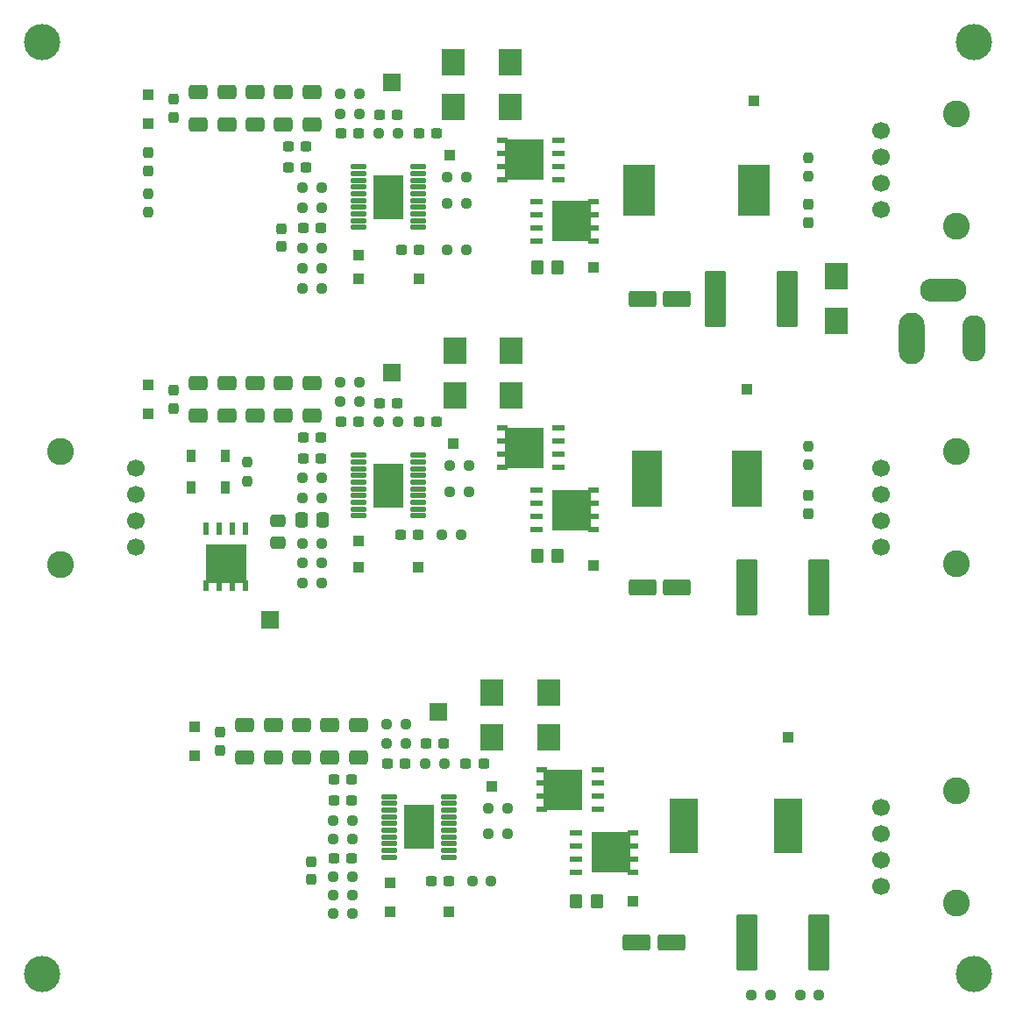
<source format=gbr>
%TF.GenerationSoftware,KiCad,Pcbnew,(6.0.4)*%
%TF.CreationDate,2023-02-06T16:45:10+05:30*%
%TF.ProjectId,CON0100,434f4e30-3130-4302-9e6b-696361645f70,rev?*%
%TF.SameCoordinates,Original*%
%TF.FileFunction,Soldermask,Top*%
%TF.FilePolarity,Negative*%
%FSLAX46Y46*%
G04 Gerber Fmt 4.6, Leading zero omitted, Abs format (unit mm)*
G04 Created by KiCad (PCBNEW (6.0.4)) date 2023-02-06 16:45:10*
%MOMM*%
%LPD*%
G01*
G04 APERTURE LIST*
G04 Aperture macros list*
%AMRoundRect*
0 Rectangle with rounded corners*
0 $1 Rounding radius*
0 $2 $3 $4 $5 $6 $7 $8 $9 X,Y pos of 4 corners*
0 Add a 4 corners polygon primitive as box body*
4,1,4,$2,$3,$4,$5,$6,$7,$8,$9,$2,$3,0*
0 Add four circle primitives for the rounded corners*
1,1,$1+$1,$2,$3*
1,1,$1+$1,$4,$5*
1,1,$1+$1,$6,$7*
1,1,$1+$1,$8,$9*
0 Add four rect primitives between the rounded corners*
20,1,$1+$1,$2,$3,$4,$5,0*
20,1,$1+$1,$4,$5,$6,$7,0*
20,1,$1+$1,$6,$7,$8,$9,0*
20,1,$1+$1,$8,$9,$2,$3,0*%
G04 Aperture macros list end*
%ADD10RoundRect,0.237500X-0.237500X0.250000X-0.237500X-0.250000X0.237500X-0.250000X0.237500X0.250000X0*%
%ADD11R,0.610000X1.020000*%
%ADD12R,3.910000X3.810000*%
%ADD13R,0.610000X1.270000*%
%ADD14R,0.900000X1.200000*%
%ADD15RoundRect,0.237500X-0.250000X-0.237500X0.250000X-0.237500X0.250000X0.237500X-0.250000X0.237500X0*%
%ADD16RoundRect,0.237500X0.237500X-0.287500X0.237500X0.287500X-0.237500X0.287500X-0.237500X-0.287500X0*%
%ADD17RoundRect,0.237500X-0.237500X0.287500X-0.237500X-0.287500X0.237500X-0.287500X0.237500X0.287500X0*%
%ADD18R,1.000000X1.000000*%
%ADD19RoundRect,0.237500X0.250000X0.237500X-0.250000X0.237500X-0.250000X-0.237500X0.250000X-0.237500X0*%
%ADD20R,1.270000X0.610000*%
%ADD21R,3.810000X3.910000*%
%ADD22R,1.020000X0.610000*%
%ADD23R,1.700000X1.700000*%
%ADD24R,2.300000X2.500000*%
%ADD25RoundRect,0.250000X0.337500X0.475000X-0.337500X0.475000X-0.337500X-0.475000X0.337500X-0.475000X0*%
%ADD26RoundRect,0.250000X-0.650000X0.412500X-0.650000X-0.412500X0.650000X-0.412500X0.650000X0.412500X0*%
%ADD27C,3.500000*%
%ADD28R,2.900000X5.400000*%
%ADD29RoundRect,0.020500X-0.699500X-0.184500X0.699500X-0.184500X0.699500X0.184500X-0.699500X0.184500X0*%
%ADD30R,3.000000X4.200000*%
%ADD31RoundRect,0.237500X-0.300000X-0.237500X0.300000X-0.237500X0.300000X0.237500X-0.300000X0.237500X0*%
%ADD32R,1.100000X1.100000*%
%ADD33C,2.600000*%
%ADD34C,1.700000*%
%ADD35RoundRect,0.237500X0.237500X-0.250000X0.237500X0.250000X-0.237500X0.250000X-0.237500X-0.250000X0*%
%ADD36RoundRect,0.250000X1.075000X0.550000X-1.075000X0.550000X-1.075000X-0.550000X1.075000X-0.550000X0*%
%ADD37RoundRect,0.237500X0.300000X0.237500X-0.300000X0.237500X-0.300000X-0.237500X0.300000X-0.237500X0*%
%ADD38RoundRect,0.250000X-0.350000X-0.450000X0.350000X-0.450000X0.350000X0.450000X-0.350000X0.450000X0*%
%ADD39R,2.800000X5.300000*%
%ADD40RoundRect,0.237500X0.237500X-0.300000X0.237500X0.300000X-0.237500X0.300000X-0.237500X-0.300000X0*%
%ADD41O,2.500000X5.000000*%
%ADD42O,2.250000X4.500000*%
%ADD43O,4.500000X2.250000*%
%ADD44RoundRect,0.250001X-0.799999X-2.474999X0.799999X-2.474999X0.799999X2.474999X-0.799999X2.474999X0*%
%ADD45RoundRect,0.250000X0.475000X-0.337500X0.475000X0.337500X-0.475000X0.337500X-0.475000X-0.337500X0*%
%ADD46R,3.100000X5.000000*%
G04 APERTURE END LIST*
D10*
%TO.C,R2*%
X269947511Y-87682493D03*
X269947511Y-89507493D03*
%TD*%
%TO.C,R1*%
X260372511Y-61724993D03*
X260372511Y-63549993D03*
%TD*%
D11*
%TO.C,Q7*%
X267227511Y-99559993D03*
D12*
X267862511Y-97454993D03*
D11*
X265957511Y-99559993D03*
X269767511Y-99559993D03*
X268497511Y-99559993D03*
D13*
X265957511Y-94094993D03*
X267227511Y-94094993D03*
X268497511Y-94094993D03*
X269767511Y-94094993D03*
%TD*%
D14*
%TO.C,D13*%
X264497511Y-90094993D03*
X267797511Y-90094993D03*
%TD*%
D15*
%TO.C,D12*%
X323350011Y-139094993D03*
X325175011Y-139094993D03*
%TD*%
D16*
%TO.C,D3*%
X260362511Y-59517493D03*
X260362511Y-57767493D03*
%TD*%
D17*
%TO.C,D7*%
X324122511Y-90909993D03*
X324122511Y-92659993D03*
%TD*%
D14*
%TO.C,D2*%
X264497511Y-87094993D03*
X267797511Y-87094993D03*
%TD*%
D18*
%TO.C,RAMP3*%
X289397511Y-131094993D03*
%TD*%
%TO.C,RAMP2*%
X286447511Y-97789993D03*
%TD*%
%TO.C,FB3*%
X283697511Y-131094993D03*
%TD*%
%TO.C,FB2*%
X280697511Y-97789995D03*
%TD*%
%TO.C,SW3*%
X307172511Y-130094993D03*
%TD*%
%TO.C,SW2*%
X303382500Y-97639995D03*
%TD*%
%TO.C,CM3*%
X283722511Y-128294993D03*
%TD*%
%TO.C,CM2*%
X280697511Y-95289995D03*
%TD*%
%TO.C,SW1*%
X303382500Y-68820000D03*
%TD*%
%TO.C,RAMP1*%
X286522511Y-69944993D03*
%TD*%
%TO.C,HB3*%
X293522511Y-118969993D03*
%TD*%
%TO.C,HB2*%
X289797511Y-85844993D03*
%TD*%
%TO.C,HB1*%
X289497511Y-57994993D03*
%TD*%
%TO.C,FB1*%
X280682511Y-69944993D03*
%TD*%
%TO.C,CM1*%
X280702511Y-67644993D03*
%TD*%
%TO.C,+24V1*%
X318897511Y-52794993D03*
%TD*%
%TO.C,+15V1*%
X318192511Y-80644993D03*
%TD*%
%TO.C,+5V1*%
X322172511Y-114269993D03*
%TD*%
D19*
%TO.C,R42*%
X280060011Y-127694993D03*
X278235011Y-127694993D03*
%TD*%
D20*
%TO.C,Q5*%
X303817511Y-121199993D03*
X303817511Y-119929993D03*
X303817511Y-118659993D03*
X303817511Y-117389993D03*
D21*
X300457511Y-119294993D03*
D22*
X298352511Y-121199993D03*
X298352511Y-117389993D03*
X298352511Y-118659993D03*
X298352511Y-119929993D03*
%TD*%
D23*
%TO.C,J6*%
X283922511Y-78994993D03*
%TD*%
D24*
%TO.C,D9*%
X295422511Y-76899991D03*
X295422511Y-81199991D03*
%TD*%
D25*
%TO.C,C24*%
X277247511Y-93264993D03*
X275172511Y-93264993D03*
%TD*%
D19*
%TO.C,R14*%
X291060011Y-67170002D03*
X289235011Y-67170002D03*
%TD*%
D26*
%TO.C,C30*%
X269722511Y-113032493D03*
X269722511Y-116157493D03*
%TD*%
D20*
%TO.C,Q3*%
X300017500Y-88195002D03*
X300017500Y-86925002D03*
X300017500Y-85655002D03*
X300017500Y-84385002D03*
D22*
X294552500Y-88195002D03*
X294552500Y-84385002D03*
X294552500Y-85655002D03*
X294552500Y-86925002D03*
D21*
X296657500Y-86290002D03*
%TD*%
D26*
%TO.C,C4*%
X273422511Y-51957493D03*
X273422511Y-55082493D03*
%TD*%
D27*
%TO.C,H1*%
X250147511Y-137094993D03*
%TD*%
D19*
%TO.C,R46*%
X280060011Y-129494993D03*
X278235011Y-129494993D03*
%TD*%
D17*
%TO.C,D8*%
X324122511Y-62794993D03*
X324122511Y-64544993D03*
%TD*%
D26*
%TO.C,C2*%
X267972511Y-51957493D03*
X267972511Y-55082493D03*
%TD*%
D28*
%TO.C,L2*%
X308507500Y-89290002D03*
X318207500Y-89290002D03*
%TD*%
D29*
%TO.C,U2*%
X280685000Y-59150000D03*
X280685000Y-59800000D03*
X280685000Y-60450000D03*
X280685000Y-61100000D03*
X280685000Y-61750000D03*
X280685000Y-62400000D03*
X280685000Y-63050000D03*
X280685000Y-63700000D03*
X280685000Y-64350000D03*
X280685000Y-65000000D03*
X286455000Y-65000000D03*
X286455000Y-64350000D03*
X286455000Y-63700000D03*
X286455000Y-63050000D03*
X286455000Y-62400000D03*
X286455000Y-61750000D03*
X286455000Y-61100000D03*
X286455000Y-60450000D03*
X286455000Y-59800000D03*
X286455000Y-59150000D03*
D30*
X283570000Y-62075000D03*
%TD*%
D16*
%TO.C,F1*%
X262822511Y-54394993D03*
X262822511Y-52644993D03*
%TD*%
D31*
%TO.C,C42*%
X291035011Y-116794993D03*
X292760011Y-116794993D03*
%TD*%
D15*
%TO.C,R10*%
X275297511Y-63074993D03*
X277122511Y-63074993D03*
%TD*%
D32*
%TO.C,D6*%
X260347511Y-80189995D03*
X260347511Y-82989995D03*
%TD*%
D33*
%TO.C,J2*%
X338407511Y-54014993D03*
X338407511Y-64874993D03*
D34*
X331147511Y-63254993D03*
X331147511Y-60714993D03*
X331147511Y-58174993D03*
X331147511Y-55634993D03*
%TD*%
D29*
%TO.C,U4*%
X283635011Y-119974993D03*
X283635011Y-120624993D03*
X283635011Y-121274993D03*
X283635011Y-121924993D03*
X283635011Y-122574993D03*
X283635011Y-123224993D03*
X283635011Y-123874993D03*
X283635011Y-124524993D03*
X283635011Y-125174993D03*
X283635011Y-125824993D03*
X289405011Y-125824993D03*
X289405011Y-125174993D03*
X289405011Y-124524993D03*
X289405011Y-123874993D03*
X289405011Y-123224993D03*
X289405011Y-122574993D03*
X289405011Y-121924993D03*
X289405011Y-121274993D03*
X289405011Y-120624993D03*
X289405011Y-119974993D03*
D30*
X286520011Y-122899993D03*
%TD*%
D33*
%TO.C,J3*%
X338407511Y-86614993D03*
X338407511Y-97474993D03*
D34*
X331147511Y-95854993D03*
X331147511Y-93314993D03*
X331147511Y-90774993D03*
X331147511Y-88234993D03*
%TD*%
D31*
%TO.C,C13*%
X286535011Y-55919993D03*
X288260011Y-55919993D03*
%TD*%
D19*
%TO.C,R29*%
X277122511Y-97414993D03*
X275297511Y-97414993D03*
%TD*%
D16*
%TO.C,F3*%
X262822511Y-82464995D03*
X262822511Y-80714995D03*
%TD*%
D35*
%TO.C,R35*%
X324122511Y-87927495D03*
X324122511Y-86102495D03*
%TD*%
D31*
%TO.C,C10*%
X273897511Y-59219993D03*
X275622511Y-59219993D03*
%TD*%
D36*
%TO.C,C29*%
X311457500Y-99740002D03*
X308107500Y-99740002D03*
%TD*%
D15*
%TO.C,R30*%
X289235011Y-60119993D03*
X291060011Y-60119993D03*
%TD*%
D37*
%TO.C,C20*%
X280685011Y-83764995D03*
X278960011Y-83764995D03*
%TD*%
D26*
%TO.C,C5*%
X276222511Y-51957493D03*
X276222511Y-55082493D03*
%TD*%
D15*
%TO.C,R11*%
X275297511Y-61119993D03*
X277122511Y-61119993D03*
%TD*%
D38*
%TO.C,R33*%
X297922511Y-96744993D03*
X299922511Y-96744993D03*
%TD*%
D15*
%TO.C,R39*%
X318655011Y-139094993D03*
X320480011Y-139094993D03*
%TD*%
%TO.C,R27*%
X275297511Y-89214993D03*
X277122511Y-89214993D03*
%TD*%
D26*
%TO.C,C15*%
X265222511Y-80027495D03*
X265222511Y-83152495D03*
%TD*%
D20*
%TO.C,Q4*%
X297912500Y-90399995D03*
X297912500Y-91669995D03*
X297912500Y-92939995D03*
X297912500Y-94209995D03*
D22*
X303377500Y-94209995D03*
X303377500Y-91669995D03*
D21*
X301272500Y-92304995D03*
D22*
X303377500Y-90399995D03*
X303377500Y-92939995D03*
%TD*%
D26*
%TO.C,C19*%
X276222511Y-80027495D03*
X276222511Y-83152495D03*
%TD*%
%TO.C,C1*%
X265222511Y-51957493D03*
X265222511Y-55082493D03*
%TD*%
D33*
%TO.C,J4*%
X338407511Y-119389993D03*
X338407511Y-130249993D03*
D34*
X331147511Y-128629993D03*
X331147511Y-126089993D03*
X331147511Y-123549993D03*
X331147511Y-121009993D03*
%TD*%
D26*
%TO.C,C17*%
X270722511Y-80027495D03*
X270722511Y-83152495D03*
%TD*%
D15*
%TO.C,R7*%
X278910011Y-52094993D03*
X280735011Y-52094993D03*
%TD*%
D39*
%TO.C,L3*%
X312097511Y-122794993D03*
X322197511Y-122794993D03*
%TD*%
D15*
%TO.C,R43*%
X278235011Y-124094993D03*
X280060011Y-124094993D03*
%TD*%
D26*
%TO.C,C3*%
X270722511Y-51957493D03*
X270722511Y-55082493D03*
%TD*%
D27*
%TO.C,H3*%
X250147511Y-47094993D03*
%TD*%
D16*
%TO.C,F6*%
X267322511Y-115469993D03*
X267322511Y-113719993D03*
%TD*%
D20*
%TO.C,Q6*%
X301712511Y-123439993D03*
X301712511Y-124709993D03*
X301712511Y-125979993D03*
X301712511Y-127249993D03*
D22*
X307177511Y-124709993D03*
X307177511Y-123439993D03*
D21*
X305072511Y-125344993D03*
D22*
X307177511Y-127249993D03*
X307177511Y-125979993D03*
%TD*%
D40*
%TO.C,C36*%
X276097511Y-127957493D03*
X276097511Y-126232493D03*
%TD*%
D15*
%TO.C,R23*%
X278910011Y-79939995D03*
X280735011Y-79939995D03*
%TD*%
D24*
%TO.C,D19*%
X326822511Y-74045000D03*
X326822511Y-69745000D03*
%TD*%
%TO.C,D15*%
X293572511Y-114219993D03*
X293572511Y-109919993D03*
%TD*%
%TO.C,D5*%
X289872511Y-53344993D03*
X289872511Y-49044993D03*
%TD*%
D23*
%TO.C,J7*%
X288397511Y-111819993D03*
%TD*%
D24*
%TO.C,D4*%
X295322511Y-49044993D03*
X295322511Y-53344993D03*
%TD*%
D15*
%TO.C,R56*%
X293235011Y-121094993D03*
X295060011Y-121094993D03*
%TD*%
D35*
%TO.C,R20*%
X324122511Y-60082493D03*
X324122511Y-58257493D03*
%TD*%
D19*
%TO.C,R13*%
X277122511Y-68939993D03*
X275297511Y-68939993D03*
%TD*%
D41*
%TO.C,J10*%
X334147511Y-75744993D03*
D42*
X340147511Y-75744993D03*
D43*
X337147511Y-71044993D03*
%TD*%
D40*
%TO.C,C7*%
X273210011Y-66832493D03*
X273210011Y-65107493D03*
%TD*%
D24*
%TO.C,D10*%
X289972511Y-81199991D03*
X289972511Y-76899991D03*
%TD*%
D31*
%TO.C,C38*%
X278285011Y-118294993D03*
X280010011Y-118294993D03*
%TD*%
D37*
%TO.C,C35*%
X285185011Y-116794993D03*
X283460011Y-116794993D03*
%TD*%
D15*
%TO.C,R57*%
X293235011Y-123544993D03*
X295060011Y-123544993D03*
%TD*%
%TO.C,R28*%
X275297511Y-99364993D03*
X277122511Y-99364993D03*
%TD*%
D19*
%TO.C,R8*%
X280735011Y-54007493D03*
X278910011Y-54007493D03*
%TD*%
D15*
%TO.C,R48*%
X287160011Y-116794993D03*
X288985011Y-116794993D03*
%TD*%
D26*
%TO.C,C33*%
X277922511Y-113032493D03*
X277922511Y-116157493D03*
%TD*%
D44*
%TO.C,F2*%
X315172511Y-71895000D03*
X322122511Y-71895000D03*
%TD*%
D31*
%TO.C,C22*%
X275347511Y-85289993D03*
X277072511Y-85289993D03*
%TD*%
D45*
%TO.C,C21*%
X272872511Y-95427495D03*
X272872511Y-93352495D03*
%TD*%
D15*
%TO.C,R53*%
X289235011Y-62719993D03*
X291060011Y-62719993D03*
%TD*%
%TO.C,R12*%
X275297511Y-70894993D03*
X277122511Y-70894993D03*
%TD*%
D44*
%TO.C,F5*%
X318217511Y-134019993D03*
X325167511Y-134019993D03*
%TD*%
D26*
%TO.C,C18*%
X273422511Y-80027495D03*
X273422511Y-83152495D03*
%TD*%
D19*
%TO.C,R24*%
X280735011Y-81852495D03*
X278910011Y-81852495D03*
%TD*%
D31*
%TO.C,C9*%
X273872511Y-57194993D03*
X275597511Y-57194993D03*
%TD*%
D29*
%TO.C,U3*%
X280684993Y-86994993D03*
X280684993Y-87644993D03*
X280684993Y-88294993D03*
X280684993Y-88944993D03*
X280684993Y-89594993D03*
X280684993Y-90244993D03*
X280684993Y-90894993D03*
X280684993Y-91544993D03*
X280684993Y-92194993D03*
X280684993Y-92844993D03*
X286454993Y-92844993D03*
X286454993Y-92194993D03*
X286454993Y-91544993D03*
X286454993Y-90894993D03*
X286454993Y-90244993D03*
X286454993Y-89594993D03*
X286454993Y-88944993D03*
X286454993Y-88294993D03*
X286454993Y-87644993D03*
X286454993Y-86994993D03*
D30*
X283569993Y-89919993D03*
%TD*%
D19*
%TO.C,R47*%
X293510011Y-128094993D03*
X291685011Y-128094993D03*
%TD*%
D37*
%TO.C,C12*%
X284435011Y-54119993D03*
X282710011Y-54119993D03*
%TD*%
D19*
%TO.C,R9*%
X277122511Y-66984993D03*
X275297511Y-66984993D03*
%TD*%
%TO.C,R41*%
X285235011Y-114844993D03*
X283410011Y-114844993D03*
%TD*%
D31*
%TO.C,C37*%
X278285011Y-125894993D03*
X280010011Y-125894993D03*
%TD*%
D27*
%TO.C,H4*%
X340147511Y-47094993D03*
%TD*%
D37*
%TO.C,C26*%
X286460011Y-94639995D03*
X284735011Y-94639995D03*
%TD*%
D46*
%TO.C,L1*%
X307807500Y-61445000D03*
X318907500Y-61445000D03*
%TD*%
D15*
%TO.C,R45*%
X278235011Y-131294993D03*
X280060011Y-131294993D03*
%TD*%
D37*
%TO.C,C11*%
X286535011Y-67169993D03*
X284810011Y-67169993D03*
%TD*%
D19*
%TO.C,R31*%
X290560011Y-94639995D03*
X288735011Y-94639995D03*
%TD*%
D34*
%TO.C,J1*%
X259147511Y-95904993D03*
X259147511Y-93364993D03*
X259147511Y-90824993D03*
X259147511Y-88284993D03*
D33*
X251887511Y-86664993D03*
X251887511Y-97524993D03*
%TD*%
D26*
%TO.C,C34*%
X280722511Y-113032493D03*
X280722511Y-116157493D03*
%TD*%
%TO.C,C32*%
X275222511Y-113032493D03*
X275222511Y-116157493D03*
%TD*%
D27*
%TO.C,H2*%
X340147511Y-137094993D03*
%TD*%
D31*
%TO.C,C23*%
X275347511Y-87314993D03*
X277072511Y-87314993D03*
%TD*%
D38*
%TO.C,R49*%
X301722511Y-130094993D03*
X303722511Y-130094993D03*
%TD*%
%TO.C,R16*%
X297922511Y-68820000D03*
X299922511Y-68820000D03*
%TD*%
D24*
%TO.C,D14*%
X299022511Y-109919993D03*
X299022511Y-114219993D03*
%TD*%
D15*
%TO.C,R15*%
X282672511Y-55919993D03*
X284497511Y-55919993D03*
%TD*%
D31*
%TO.C,C39*%
X278285011Y-120294993D03*
X280010011Y-120294993D03*
%TD*%
D36*
%TO.C,C43*%
X310897511Y-134019993D03*
X307547511Y-134019993D03*
%TD*%
D23*
%TO.C,J8*%
X272102511Y-102864993D03*
%TD*%
D15*
%TO.C,R26*%
X275297511Y-91164993D03*
X277122511Y-91164993D03*
%TD*%
D32*
%TO.C,D11*%
X264847511Y-113194993D03*
X264847511Y-115994993D03*
%TD*%
D37*
%TO.C,C6*%
X280685011Y-55919993D03*
X278960011Y-55919993D03*
%TD*%
D31*
%TO.C,C8*%
X275347511Y-65029993D03*
X277072511Y-65029993D03*
%TD*%
D15*
%TO.C,R40*%
X283410011Y-112939993D03*
X285235011Y-112939993D03*
%TD*%
D37*
%TO.C,C41*%
X288935011Y-114844993D03*
X287210011Y-114844993D03*
%TD*%
D26*
%TO.C,C31*%
X272472511Y-113032493D03*
X272472511Y-116157493D03*
%TD*%
D37*
%TO.C,C27*%
X284435011Y-81964995D03*
X282710011Y-81964995D03*
%TD*%
D26*
%TO.C,C16*%
X267972511Y-80027495D03*
X267972511Y-83152495D03*
%TD*%
D15*
%TO.C,R32*%
X282660011Y-83764995D03*
X284485011Y-83764995D03*
%TD*%
D23*
%TO.C,J5*%
X283897511Y-50994993D03*
%TD*%
D15*
%TO.C,R44*%
X278235011Y-122294993D03*
X280060011Y-122294993D03*
%TD*%
D32*
%TO.C,D1*%
X260347511Y-52137493D03*
X260347511Y-54937493D03*
%TD*%
D15*
%TO.C,R54*%
X289535011Y-87964995D03*
X291360011Y-87964995D03*
%TD*%
D20*
%TO.C,Q2*%
X297912500Y-62490000D03*
X297912500Y-63760000D03*
X297912500Y-65030000D03*
X297912500Y-66300000D03*
D22*
X303377500Y-63760000D03*
D21*
X301272500Y-64395000D03*
D22*
X303377500Y-65030000D03*
X303377500Y-66300000D03*
X303377500Y-62490000D03*
%TD*%
D31*
%TO.C,C28*%
X286535011Y-83764995D03*
X288260011Y-83764995D03*
%TD*%
D44*
%TO.C,F4*%
X318217511Y-99740002D03*
X325167511Y-99740002D03*
%TD*%
D37*
%TO.C,C40*%
X289410011Y-128094993D03*
X287685011Y-128094993D03*
%TD*%
D15*
%TO.C,R55*%
X289535011Y-90564995D03*
X291360011Y-90564995D03*
%TD*%
D19*
%TO.C,R25*%
X277122511Y-95494993D03*
X275297511Y-95494993D03*
%TD*%
D20*
%TO.C,Q1*%
X300017500Y-60350000D03*
X300017500Y-59080000D03*
X300017500Y-57810000D03*
X300017500Y-56540000D03*
D22*
X294552500Y-59080000D03*
D21*
X296657500Y-58445000D03*
D22*
X294552500Y-60350000D03*
X294552500Y-56540000D03*
X294552500Y-57810000D03*
%TD*%
D36*
%TO.C,C14*%
X311457500Y-71895000D03*
X308107500Y-71895000D03*
%TD*%
M02*

</source>
